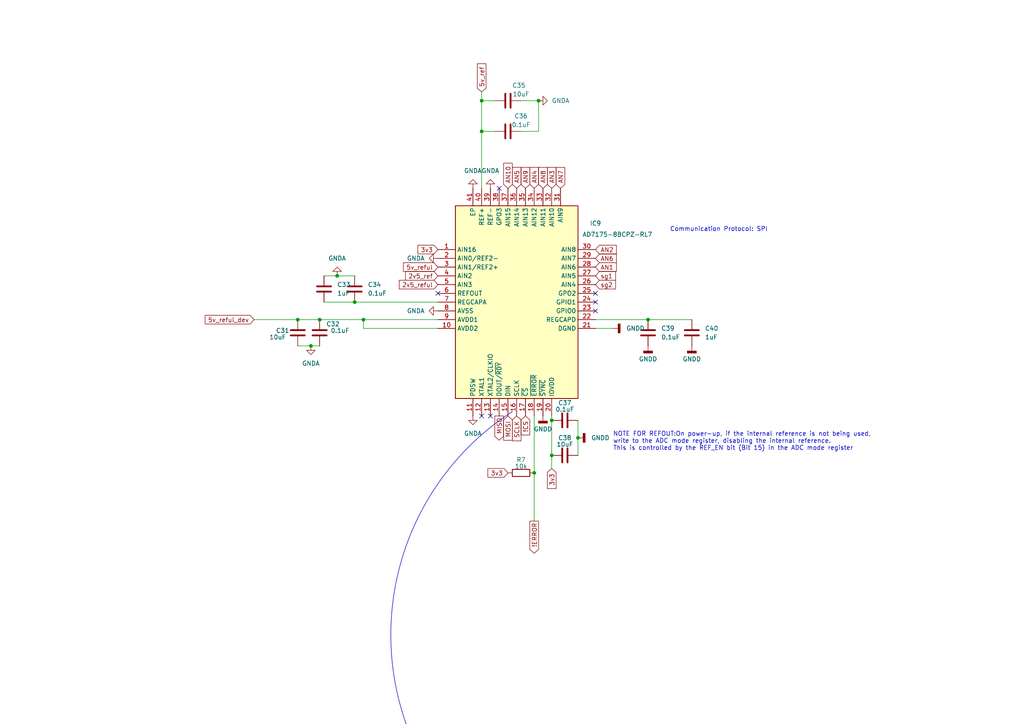
<source format=kicad_sch>
(kicad_sch (version 20230121) (generator eeschema)
  (paper "A4")
  (lib_symbols
    (symbol "21xt_symbols:AD7175-8BCPZ-RL7"
      (property "Reference" "IC" (at 41.91 17.78 0))
      (property "Value" "AD7175-8BCPZ-RL7" (at 41.91 15.24 0))
      (symbol "AD7175-8BCPZ-RL7_1_1"
        (rectangle (start 5.08 12.7) (end 40.64 -43.18) (stroke (width 0.254)) (fill (type background)))
        (pin passive line (at 0 0 0) (length 5.08) (name "AIN16") (number "1"))
        (pin passive line (at 0 -22.86 0) (length 5.08) (name "AVDD2") (number "10"))
        (pin passive line (at 10.16 -48.26 90) (length 5.08) (name "PDSW") (number "11"))
        (pin passive line (at 12.7 -48.26 90) (length 5.08) (name "XTAL1") (number "12"))
        (pin passive line (at 15.24 -48.26 90) (length 5.08) (name "XTAL2/CLKIO") (number "13"))
        (pin passive line (at 17.78 -48.26 90) (length 5.08) (name "DOUT/~{RDY}") (number "14"))
        (pin passive line (at 20.32 -48.26 90) (length 5.08) (name "DIN") (number "15"))
        (pin passive line (at 22.86 -48.26 90) (length 5.08) (name "SCLK") (number "16"))
        (pin passive line (at 25.4 -48.26 90) (length 5.08) (name "~{CS}") (number "17"))
        (pin passive line (at 27.94 -48.26 90) (length 5.08) (name "~{ERROR}") (number "18"))
        (pin passive line (at 30.48 -48.26 90) (length 5.08) (name "~{SYNC}") (number "19"))
        (pin passive line (at 0 -2.54 0) (length 5.08) (name "AIN0/REF2-") (number "2"))
        (pin passive line (at 33.02 -48.26 90) (length 5.08) (name "IOVDD") (number "20"))
        (pin passive line (at 45.72 -22.86 180) (length 5.08) (name "DGND") (number "21"))
        (pin passive line (at 45.72 -20.32 180) (length 5.08) (name "REGCAPD") (number "22"))
        (pin passive line (at 45.72 -17.78 180) (length 5.08) (name "GPIO0") (number "23"))
        (pin passive line (at 45.72 -15.24 180) (length 5.08) (name "GPIO1") (number "24"))
        (pin passive line (at 45.72 -12.7 180) (length 5.08) (name "GPO2") (number "25"))
        (pin passive line (at 45.72 -10.16 180) (length 5.08) (name "AIN4") (number "26"))
        (pin passive line (at 45.72 -7.62 180) (length 5.08) (name "AIN5") (number "27"))
        (pin passive line (at 45.72 -5.08 180) (length 5.08) (name "AIN6") (number "28"))
        (pin passive line (at 45.72 -2.54 180) (length 5.08) (name "AIN7") (number "29"))
        (pin passive line (at 0 -5.08 0) (length 5.08) (name "AIN1/REF2+") (number "3"))
        (pin passive line (at 45.72 0 180) (length 5.08) (name "AIN8") (number "30"))
        (pin passive line (at 35.56 17.78 270) (length 5.08) (name "AIN9") (number "31"))
        (pin passive line (at 33.02 17.78 270) (length 5.08) (name "AIN10") (number "32"))
        (pin passive line (at 30.48 17.78 270) (length 5.08) (name "AIN11") (number "33"))
        (pin passive line (at 27.94 17.78 270) (length 5.08) (name "AIN12") (number "34"))
        (pin passive line (at 25.4 17.78 270) (length 5.08) (name "AIN13") (number "35"))
        (pin passive line (at 22.86 17.78 270) (length 5.08) (name "AIN14") (number "36"))
        (pin passive line (at 20.32 17.78 270) (length 5.08) (name "AIN15") (number "37"))
        (pin passive line (at 17.78 17.78 270) (length 5.08) (name "GPO3") (number "38"))
        (pin passive line (at 15.24 17.78 270) (length 5.08) (name "REF-") (number "39"))
        (pin passive line (at 0 -7.62 0) (length 5.08) (name "AIN2") (number "4"))
        (pin passive line (at 12.7 17.78 270) (length 5.08) (name "REF+") (number "40"))
        (pin passive line (at 10.16 17.78 270) (length 5.08) (name "EP") (number "41"))
        (pin passive line (at 0 -10.16 0) (length 5.08) (name "AIN3") (number "5"))
        (pin passive line (at 0 -12.7 0) (length 5.08) (name "REFOUT") (number "6"))
        (pin passive line (at 0 -15.24 0) (length 5.08) (name "REGCAPA") (number "7"))
        (pin passive line (at 0 -17.78 0) (length 5.08) (name "AVSS") (number "8"))
        (pin passive line (at 0 -20.32 0) (length 5.08) (name "AVDD1") (number "9"))
      )
    )
    (symbol "Device:C" (pin_numbers hide) (pin_names (offset 0.254))
      (property "Reference" "C" (at 0.635 2.54 0))
      (property "Value" "C" (at 0.635 -2.54 0))
      (symbol "C_0_1"
        (polyline (pts (xy -2.032 -0.762) (xy 2.032 -0.762)) (stroke (width 0.508)))
        (polyline (pts (xy -2.032 0.762) (xy 2.032 0.762)) (stroke (width 0.508)))
      )
      (symbol "C_1_1"
        (pin passive line (at 0 3.81 270) (length 2.794) (name "~") (number "1"))
        (pin passive line (at 0 -3.81 90) (length 2.794) (name "~") (number "2"))
      )
    )
    (symbol "Device:R" (pin_numbers hide) (pin_names (offset 0))
      (property "Reference" "R" (at 2.032 0 90))
      (property "Value" "R" (at 0 0 90))
      (symbol "R_0_1"
        (rectangle (start -1.016 -2.54) (end 1.016 2.54) (stroke (width 0.254)))
      )
      (symbol "R_1_1"
        (pin passive line (at 0 3.81 270) (length 1.27) (name "~") (number "1"))
        (pin passive line (at 0 -3.81 90) (length 1.27) (name "~") (number "2"))
      )
    )
    (symbol "power:GNDA" (power) (pin_names (offset 0))
      (property "Value" "GNDA" (at 0 -3.81 0))
      (symbol "GNDA_0_1"
        (polyline (pts (xy 0 0) (xy 0 -1.27) (xy 1.27 -1.27) (xy 0 -2.54) (xy -1.27 -1.27) (xy 0 -1.27)))
      )
      (symbol "GNDA_1_1"
        (pin power_in line (at 0 0 270) (length 0) hide (name "GNDA") (number "1"))
      )
    )
    (symbol "power:GNDD" (power) (pin_names (offset 0))
      (property "Value" "GNDD" (at 0 -3.175 0))
      (symbol "GNDD_0_1"
        (rectangle (start -1.27 -1.524) (end 1.27 -2.032) (stroke (width 0.254)) (fill (type outline)))
        (polyline (pts (xy 0 0) (xy 0 -1.524)))
      )
      (symbol "GNDD_1_1"
        (pin power_in line (at 0 0 270) (length 0) hide (name "GNDD") (number "1"))
      )
    )
  )
  (junction (at 160.02 121.92))
  (junction (at 92.71 92.71))
  (junction (at 90.17 100.33))
  (junction (at 97.79 80.01))
  (junction (at 156.21 29.21))
  (junction (at 105.41 92.71))
  (junction (at 167.64 127))
  (junction (at 139.7 29.21))
  (junction (at 154.94 137.16))
  (junction (at 139.7 38.1))
  (junction (at 86.36 92.71))
  (junction (at 160.02 132.08))
  (junction (at 187.96 92.71))
  (junction (at 102.87 87.63))
  (no_connect (at 142.24 120.65))
  (no_connect (at 172.72 85.09))
  (no_connect (at 172.72 87.63))
  (no_connect (at 144.78 54.61))
  (no_connect (at 127 85.09))
  (no_connect (at 139.7 120.65))
  (no_connect (at 172.72 90.17))
  (wire (pts (xy 86.36 100.33) (xy 90.17 100.33)))
  (wire (pts (xy 86.36 92.71) (xy 92.71 92.71)))
  (wire (pts (xy 156.21 29.21) (xy 151.13 29.21)))
  (wire (pts (xy 172.72 95.25) (xy 177.8 95.25)))
  (wire (pts (xy 92.71 92.71) (xy 105.41 92.71)))
  (wire (pts (xy 139.7 54.61) (xy 139.7 38.1)))
  (wire (pts (xy 102.87 87.63) (xy 127 87.63)))
  (wire (pts (xy 139.7 29.21) (xy 139.7 26.67)))
  (wire (pts (xy 105.41 95.25) (xy 127 95.25)))
  (wire (pts (xy 187.96 92.71) (xy 200.66 92.71)))
  (wire (pts (xy 139.7 29.21) (xy 143.51 29.21)))
  (wire (pts (xy 97.79 80.01) (xy 102.87 80.01)))
  (wire (pts (xy 139.7 38.1) (xy 143.51 38.1)))
  (wire (pts (xy 172.72 92.71) (xy 187.96 92.71)))
  (wire (pts (xy 73.66 92.71) (xy 86.36 92.71)))
  (wire (pts (xy 151.13 38.1) (xy 156.21 38.1)))
  (wire (pts (xy 139.7 38.1) (xy 139.7 29.21)))
  (wire (pts (xy 160.02 121.92) (xy 160.02 132.08)))
  (wire (pts (xy 167.64 127) (xy 167.64 132.08)))
  (wire (pts (xy 93.98 87.63) (xy 102.87 87.63)))
  (wire (pts (xy 154.94 137.16) (xy 154.94 151.13)))
  (wire (pts (xy 154.94 120.65) (xy 154.94 137.16)))
  (wire (pts (xy 160.02 120.65) (xy 160.02 121.92)))
  (wire (pts (xy 167.64 121.92) (xy 167.64 127)))
  (wire (pts (xy 93.98 80.01) (xy 97.79 80.01)))
  (wire (pts (xy 90.17 100.33) (xy 92.71 100.33)))
  (wire (pts (xy 105.41 92.71) (xy 127 92.71)))
  (wire (pts (xy 156.21 38.1) (xy 156.21 29.21)))
  (wire (pts (xy 160.02 132.08) (xy 160.02 135.89)))
  (wire (pts (xy 105.41 95.25) (xy 105.41 92.71)))
  (arc (start 125.73 226.06) (mid 115.0658 167.9855) (end 148.59 119.38))
  (text "NOTE FOR REFOUT:On power-up, if the internal reference is not being used, \nwrite to the ADC mode register, disabling the internal reference. \nThis is controlled by the REF_EN bit (Bit 15) in the ADC mode register" (at 177.8 130.81 0) (effects (font (size 1.27 1.27)) (justify left bottom)))
  (text "series resistors somewhere?" (at 129.54 228.6 0) (effects (font (size 1.27 1.27)) (justify left bottom)))
  (text "Communication Protocol: SPI" (at 194.31 67.31 0) (effects (font (size 1.27 1.27)) (justify left bottom)))
  (text "same thing, jump these guys to test points" (at 312.42 34.29 0) (effects (font (size 1.27 1.27)) (justify left bottom)))
  (global_label "2v5_reful" (shape input) (at 127 82.55 180) (property "Intersheetrefs" "${INTERSHEET_REFS}" (effects hide)))
  (global_label "3v3" (shape input) (at 160.02 135.89 270) (property "Intersheetrefs" "${INTERSHEET_REFS}" (effects hide)))
  (global_label "AN2" (shape input) (at 172.72 72.39 0) (property "Intersheetrefs" "${INTERSHEET_REFS}" (effects hide)))
  (global_label "AN9" (shape input) (at 152.4 54.61 90) (property "Intersheetrefs" "${INTERSHEET_REFS}" (effects hide)))
  (global_label "AN7" (shape input) (at 162.56 54.61 90) (property "Intersheetrefs" "${INTERSHEET_REFS}" (effects hide)))
  (global_label "sg2" (shape input) (at 172.72 82.55 0) (property "Intersheetrefs" "${INTERSHEET_REFS}" (effects hide)))
  (global_label "AN5" (shape input) (at 149.86 54.61 90) (property "Intersheetrefs" "${INTERSHEET_REFS}" (effects hide)))
  (global_label "AN1" (shape input) (at 172.72 77.47 0) (property "Intersheetrefs" "${INTERSHEET_REFS}" (effects hide)))
  (global_label "AN10" (shape input) (at 147.32 54.61 90) (property "Intersheetrefs" "${INTERSHEET_REFS}" (effects hide)))
  (global_label "3v3" (shape input) (at 147.32 137.16 180) (property "Intersheetrefs" "${INTERSHEET_REFS}" (effects hide)))
  (global_label "3v3" (shape input) (at 127 72.39 180) (property "Intersheetrefs" "${INTERSHEET_REFS}" (effects hide)))
  (global_label "!ERROR" (shape output) (at 154.94 151.13 270) (property "Intersheetrefs" "${INTERSHEET_REFS}" (effects hide)))
  (global_label "MISO" (shape output) (at 144.78 120.65 270) (property "Intersheetrefs" "${INTERSHEET_REFS}" (effects hide)))
  (global_label "MOSI" (shape input) (at 147.32 120.65 270) (property "Intersheetrefs" "${INTERSHEET_REFS}" (effects hide)))
  (global_label "2v5_ref" (shape input) (at 127 80.01 180) (property "Intersheetrefs" "${INTERSHEET_REFS}" (effects hide)))
  (global_label "!CS" (shape input) (at 152.4 120.65 270) (property "Intersheetrefs" "${INTERSHEET_REFS}" (effects hide)))
  (global_label "AN6" (shape input) (at 172.72 74.93 0) (property "Intersheetrefs" "${INTERSHEET_REFS}" (effects hide)))
  (global_label "AN4" (shape input) (at 154.94 54.61 90) (property "Intersheetrefs" "${INTERSHEET_REFS}" (effects hide)))
  (global_label "5v_ref" (shape input) (at 139.7 26.67 90) (property "Intersheetrefs" "${INTERSHEET_REFS}" (effects hide)))
  (global_label "AN3" (shape input) (at 160.02 54.61 90) (property "Intersheetrefs" "${INTERSHEET_REFS}" (effects hide)))
  (global_label "sg1" (shape input) (at 172.72 80.01 0) (property "Intersheetrefs" "${INTERSHEET_REFS}" (effects hide)))
  (global_label "AN8" (shape input) (at 157.48 54.61 90) (property "Intersheetrefs" "${INTERSHEET_REFS}" (effects hide)))
  (global_label "5v_reful_dev" (shape input) (at 73.66 92.71 180) (property "Intersheetrefs" "${INTERSHEET_REFS}" (effects hide)))
  (global_label "5v_reful" (shape input) (at 127 77.47 180) (property "Intersheetrefs" "${INTERSHEET_REFS}" (effects hide)))
  (global_label "SCLK" (shape input) (at 149.86 120.65 270) (property "Intersheetrefs" "${INTERSHEET_REFS}" (effects hide)))
  (symbol (lib_id "power:GNDD") (at 167.64 127 90) (unit 1)
    (property "Reference" "#PWR047" (effects hide))
    (property "Value" "GNDD" (at 171.45 127 90) (effects (justify right)))
  )
  (symbol (lib_id "power:GNDD") (at 177.8 95.25 90) (unit 1)
    (property "Reference" "#PWR046" (effects hide))
    (property "Value" "GNDD" (at 181.61 95.25 90) (effects (justify right)))
  )
  (symbol (lib_id "power:GNDA") (at 127 90.17 270) (unit 1)
    (property "Reference" "#PWR036" (effects hide))
    (property "Value" "GNDA" (at 123.19 90.17 90) (effects (justify right)))
  )
  (symbol (lib_id "power:GNDD") (at 157.48 120.65 0) (unit 1)
    (property "Reference" "#PWR056" (effects hide))
    (property "Value" "GNDD" (at 157.48 124.46 0))
  )
  (symbol (lib_id "Device:C") (at 147.32 29.21 90) (unit 1)
    (property "Reference" "C35" (at 150.495 24.765 90))
    (property "Value" "10uF" (at 151.13 27.305 90))
    (property "Footprint" "Capacitor_SMD:C_0603_1608Metric" (effects hide))
  )
  (symbol (lib_id "power:GNDA") (at 97.79 80.01 180) (unit 1)
    (property "Reference" "#PWR041" (effects hide))
    (property "Value" "GNDA" (at 97.79 74.93 0))
  )
  (symbol (lib_id "power:GNDD") (at 187.96 100.33 0) (unit 1)
    (property "Reference" "#PWR042" (effects hide))
    (property "Value" "GNDD" (at 187.96 104.14 0))
  )
  (symbol (lib_id "Device:C") (at 86.36 96.52 0) (unit 1)
    (property "Reference" "C31" (at 80.01 95.885 0) (effects (justify left)))
    (property "Value" "10uF" (at 78.105 97.79 0) (effects (justify left)))
    (property "Footprint" "Capacitor_SMD:C_0603_1608Metric" (effects hide))
  )
  (symbol (lib_id "power:GNDA") (at 127 74.93 270) (unit 1)
    (property "Reference" "#PWR091" (effects hide))
    (property "Value" "GNDA" (at 123.19 74.93 90) (effects (justify right)))
  )
  (symbol (lib_id "Device:C") (at 92.71 96.52 0) (unit 1)
    (property "Reference" "C32" (at 94.615 93.98 0) (effects (justify left)))
    (property "Value" "0.1uF" (at 95.885 95.885 0) (effects (justify left)))
    (property "Footprint" "Capacitor_SMD:C_0402_1005Metric" (effects hide))
  )
  (symbol (lib_id "Device:C") (at 147.32 38.1 90) (unit 1)
    (property "Reference" "C36" (at 151.13 33.655 90))
    (property "Value" "0.1uF" (at 151.13 36.195 90))
    (property "Footprint" "Capacitor_SMD:C_0402_1005Metric" (effects hide))
  )
  (symbol (lib_id "power:GNDA") (at 142.24 54.61 180) (unit 1)
    (property "Reference" "#PWR054" (effects hide))
    (property "Value" "GNDA" (at 142.24 49.53 0))
  )
  (symbol (lib_id "21xt_symbols:AD7175-8BCPZ-RL7") (at 127 72.39 0) (unit 1)
    (property "Reference" "IC9" (at 172.72 64.77 0))
    (property "Value" "AD7175-8BCPZ-RL7" (at 179.07 68.0019 0))
    (property "Footprint" "21xt_footprints:AD7175-8BCPZ-RL7" (effects hide))
    (property "Datasheet" "https://componentsearchengine.com/Datasheets/2/AD7175-8BCPZ-RL7.pdf" (effects hide))
    (property "Height" "0.8" (effects hide))
    (property "Mouser Part Number" "584-AD7175-8BCPZ-RL7" (effects hide))
    (property "Mouser Price/Stock" "https://www.mouser.co.uk/ProductDetail/Analog-Devices/AD7175-8BCPZ-RL7?qs=JeIcUl65ClCxXjl02vXI6Q%3D%3D" (effects hide))
    (property "Manufacturer_Name" "Analog Devices" (effects hide))
    (property "Manufacturer_Part_Number" "AD7175-8BCPZ-RL7" (effects hide))
  )
  (symbol (lib_id "Device:C") (at 163.83 121.92 90) (unit 1)
    (property "Reference" "C37" (at 163.83 116.84 90))
    (property "Value" "0.1uF" (at 163.83 118.745 90))
    (property "Footprint" "Capacitor_SMD:C_0402_1005Metric" (effects hide))
  )
  (symbol (lib_id "power:GNDD") (at 200.66 100.33 0) (unit 1)
    (property "Reference" "#PWR057" (effects hide))
    (property "Value" "GNDD" (at 200.66 104.14 0))
  )
  (symbol (lib_id "power:GNDA") (at 90.17 100.33 0) (unit 1)
    (property "Reference" "#PWR043" (effects hide))
    (property "Value" "GNDA" (at 90.17 105.41 0))
  )
  (symbol (lib_id "power:GNDA") (at 137.16 120.65 0) (unit 1)
    (property "Reference" "#PWR053" (effects hide))
    (property "Value" "GNDA" (at 137.16 125.73 0))
  )
  (symbol (lib_id "power:GNDA") (at 156.21 29.21 90) (unit 1)
    (property "Reference" "#PWR034" (effects hide))
    (property "Value" "GNDA" (at 160.02 29.21 90) (effects (justify right)))
  )
  (symbol (lib_id "Device:C") (at 200.66 96.52 0) (unit 1)
    (property "Reference" "C40" (at 204.47 95.25 0) (effects (justify left)))
    (property "Value" "1uF" (at 204.47 97.79 0) (effects (justify left)))
    (property "Footprint" "Capacitor_SMD:C_0402_1005Metric" (effects hide))
  )
  (symbol (lib_id "Device:C") (at 93.98 83.82 0) (unit 1)
    (property "Reference" "C33" (at 97.79 82.55 0) (effects (justify left)))
    (property "Value" "1uF" (at 97.79 85.09 0) (effects (justify left)))
    (property "Footprint" "Capacitor_SMD:C_0402_1005Metric" (effects hide))
  )
  (symbol (lib_id "Device:R") (at 151.13 137.16 90) (unit 1)
    (property "Reference" "R7" (at 151.13 133.35 90))
    (property "Value" "10k" (at 151.13 135.255 90))
    (property "Footprint" "Resistor_SMD:R_0402_1005Metric" (effects hide))
  )
  (symbol (lib_id "power:GNDA") (at 137.16 54.61 180) (unit 1)
    (property "Reference" "#PWR052" (effects hide))
    (property "Value" "GNDA" (at 137.16 49.53 0))
  )
  (symbol (lib_id "Device:C") (at 163.83 132.08 90) (unit 1)
    (property "Reference" "C38" (at 163.83 127 90))
    (property "Value" "10uF" (at 163.83 128.905 90))
    (property "Footprint" "Capacitor_SMD:C_0603_1608Metric" (effects hide))
  )
  (symbol (lib_id "Device:C") (at 102.87 83.82 0) (unit 1)
    (property "Reference" "C34" (at 106.68 82.55 0) (effects (justify left)))
    (property "Value" "0.1uF" (at 106.68 85.09 0) (effects (justify left)))
    (property "Footprint" "Capacitor_SMD:C_0402_1005Metric" (effects hide))
  )
  (symbol (lib_id "Device:C") (at 187.96 96.52 0) (unit 1)
    (property "Reference" "C39" (at 191.77 95.25 0) (effects (justify left)))
    (property "Value" "0.1uF" (at 191.77 97.79 0) (effects (justify left)))
    (property "Footprint" "Capacitor_SMD:C_0402_1005Metric" (effects hide))
  )
)
</source>
